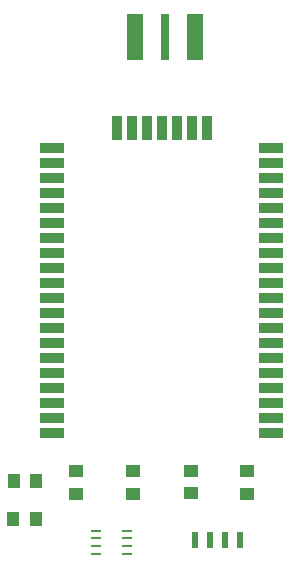
<source format=gbr>
G04 DipTrace 3.0.0.2*
G04 TopPaste.gbr*
%MOIN*%
G04 #@! TF.FileFunction,Paste,Top*
G04 #@! TF.Part,Single*
%ADD41R,0.035433X0.005709*%
%ADD43R,0.03189X0.081654*%
%ADD45R,0.081654X0.03189*%
%ADD49R,0.019685X0.055118*%
%ADD55R,0.051181X0.043307*%
%ADD57R,0.043307X0.051181*%
%ADD59R,0.025591X0.151969*%
%ADD61R,0.051969X0.151969*%
%FSLAX26Y26*%
G04*
G70*
G90*
G75*
G01*
G04 TopPaste*
%LPD*%
D61*
X857769Y2177565D3*
D59*
X957769Y2177171D3*
D61*
X1057376D3*
D55*
X1231890Y654331D3*
Y729134D3*
X1042937Y654386D3*
Y729189D3*
X850788Y654331D3*
Y729134D3*
X661811Y654331D3*
Y729134D3*
D49*
X1208662Y500000D3*
X1158662D3*
X1108662D3*
X1058662D3*
D57*
X453150Y697507D3*
X527953D3*
X452100Y569554D3*
X526903D3*
D45*
X1311772Y856961D3*
Y906961D3*
Y956961D3*
Y1006961D3*
Y1056961D3*
Y1106961D3*
Y1156961D3*
Y1206961D3*
Y1256961D3*
Y1306961D3*
Y1356961D3*
Y1406961D3*
Y1456961D3*
Y1506961D3*
Y1556961D3*
Y1606961D3*
Y1656961D3*
Y1706961D3*
Y1756961D3*
Y1806961D3*
D43*
X1097008Y1871725D3*
X1047008D3*
X997008D3*
X947008D3*
X897008D3*
X847008D3*
X797008D3*
D45*
X582244Y1806961D3*
Y1756961D3*
Y1706961D3*
Y1656961D3*
Y1606961D3*
Y1556961D3*
Y1506961D3*
Y1456961D3*
Y1406961D3*
Y1356961D3*
Y1306961D3*
Y1256961D3*
Y1206961D3*
Y1156961D3*
Y1106961D3*
Y1056961D3*
Y1006961D3*
Y956961D3*
Y906961D3*
Y856961D3*
D41*
X726378Y530717D3*
Y505126D3*
Y479536D3*
Y453945D3*
X830709D3*
Y479536D3*
Y505126D3*
Y530717D3*
M02*

</source>
